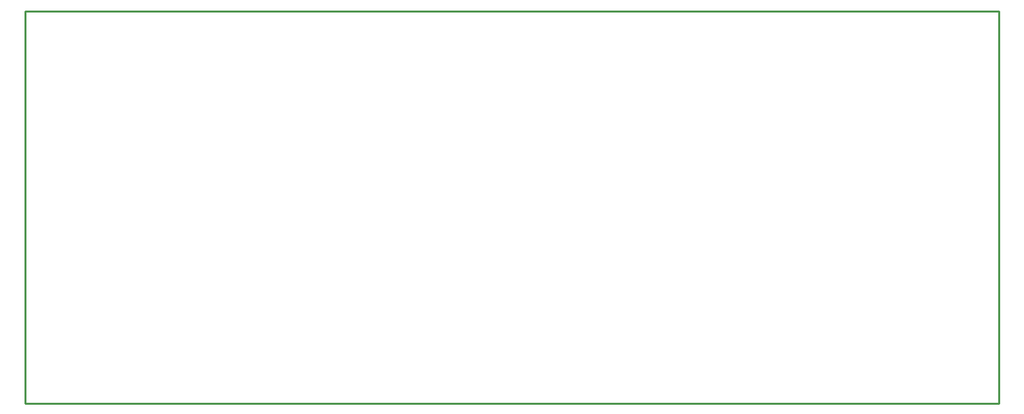
<source format=gko>
G04 Layer: BoardOutlineLayer*
G04 EasyEDA v6.5.23, 2023-06-26 13:38:55*
G04 b532a6b097934e50b7b064742ede95bb,94392a2f1ed042d08b1874281cec1d10,10*
G04 Gerber Generator version 0.2*
G04 Scale: 100 percent, Rotated: No, Reflected: No *
G04 Dimensions in millimeters *
G04 leading zeros omitted , absolute positions ,4 integer and 5 decimal *
%FSLAX45Y45*%
%MOMM*%

%ADD10C,0.2540*%
D10*
X1155700Y6565900D02*
G01*
X13614400Y6565900D01*
X13614400Y1536700D01*
X1155700Y1536700D01*
X1155700Y6565900D01*

%LPD*%
M02*

</source>
